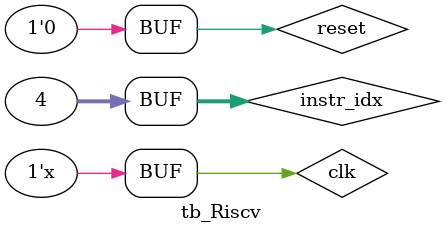
<source format=v>
`timescale 1ns/1ps

`define MEM_LIKE_MODULE .clk(clk), .reset(reset),
`define COMB_ONLY_MODULE

`define i(xinstr) instr_mem.inner[instr_idx] = xinstr; instr_idx = instr_idx + 1;

module tb_Riscv();
  reg clk, reset;

  wire [31:0] instr_addr;
  wire [31:0] instr;

  wire [31:0] data_addr;
  wire [31:0] mem_read_data;
  wire [31:0] mem_write_data;
  wire should_read_mem;
  wire should_write_mem;

  InstructionMemory instr_mem(`COMB_ONLY_MODULE
    // in
    .addr(instr_addr),
    // out
    .instr(instr)
  );

  DataMemory data_mem(`MEM_LIKE_MODULE
    // in
    .addr(data_addr),
    .should_write(should_write_mem),
    .write_data(mem_write_data),
    // out
    .read_data(mem_read_data)
  );


  Riscv uut(`MEM_LIKE_MODULE
    // in
    .instr(instr),
    .mem_read_data(mem_read_data),
    // out
    .instr_addr(instr_addr),
    .data_addr(data_addr),
    .should_write_mem(should_write_mem),
    .should_read_mem(should_read_mem),
    .mem_write_data(mem_write_data)
  );

  always #5 clk = ~clk;

  integer instr_idx;
  always @(posedge clk) begin
    // Execute until the instruction memory is out of instructions.
    if (!reset && uut.pc.pc >= instr_idx * 4)
      uut.pc.pc = 0;
  end

  initial begin
    clk = 0;
    reset = 1; #10 reset = 0;
    instr_idx = 0;
    // Initialize the instruction memory with instruction data.






`i(32'b00000000001100000110001010010011); // ori t0, x0, 3
`i(32'b00000000010000101000001100010011); // addi t1, t0, 4
`i(32'b00000000011000101010001010100011); // sw t1, 5(t0)
`i(32'b00000000010100101010001110000011); // lw t2, 5(t0)




  end

endmodule

</source>
